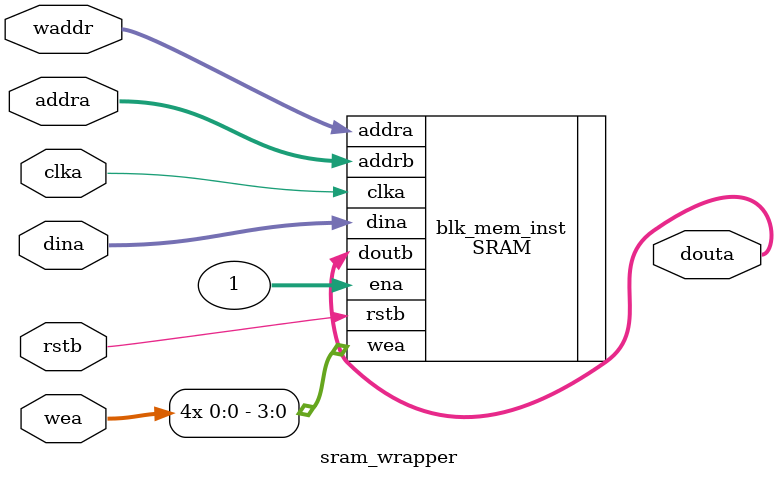
<source format=v>
module sram_wrapper (
    input  wire        clka,    // Ê±ÖÓÐÅºÅ
    input  wire        rstb,    // ¸´Î»ÐÅºÅ
    input  wire        wea,     // Ð´Ê¹ÄÜ£¨1 Î»£©
    input  wire [31:0] waddr,   // **Ð´ÈëµØÖ·**
    input  wire [31:0] dina,    // Ð´ÈëÊý¾Ý
    input  wire [31:0] addra,   // **¶ÁÈ¡µØÖ·**
    output wire [31:0] douta    // ¶ÁÈ¡Êý¾Ý
);

    // SRAM IP ºËµÄÊµÀý»¯
    SRAM blk_mem_inst (
        .clka(clka),     // Ê±ÖÓ
        .rstb(rstb),     // ¸´Î»
        .ena(1),         // Ê¹ÄÜÐÅºÅÉèÖÃÎª 1
        .wea({4{wea}}),  // À©Õ¹ 1 Î»Ð´Ê¹ÄÜÎª 4 Î»
        .addra(waddr),   // **Ð´ÈëµØÖ·**
        .dina(dina),     // **Ð´ÈëÊý¾Ý**
        .addrb(addra),   // **¶ÁÈ¡µØÖ·**
        .doutb(douta)    // **¶ÁÈ¡Êý¾Ý**
    );

endmodule

</source>
